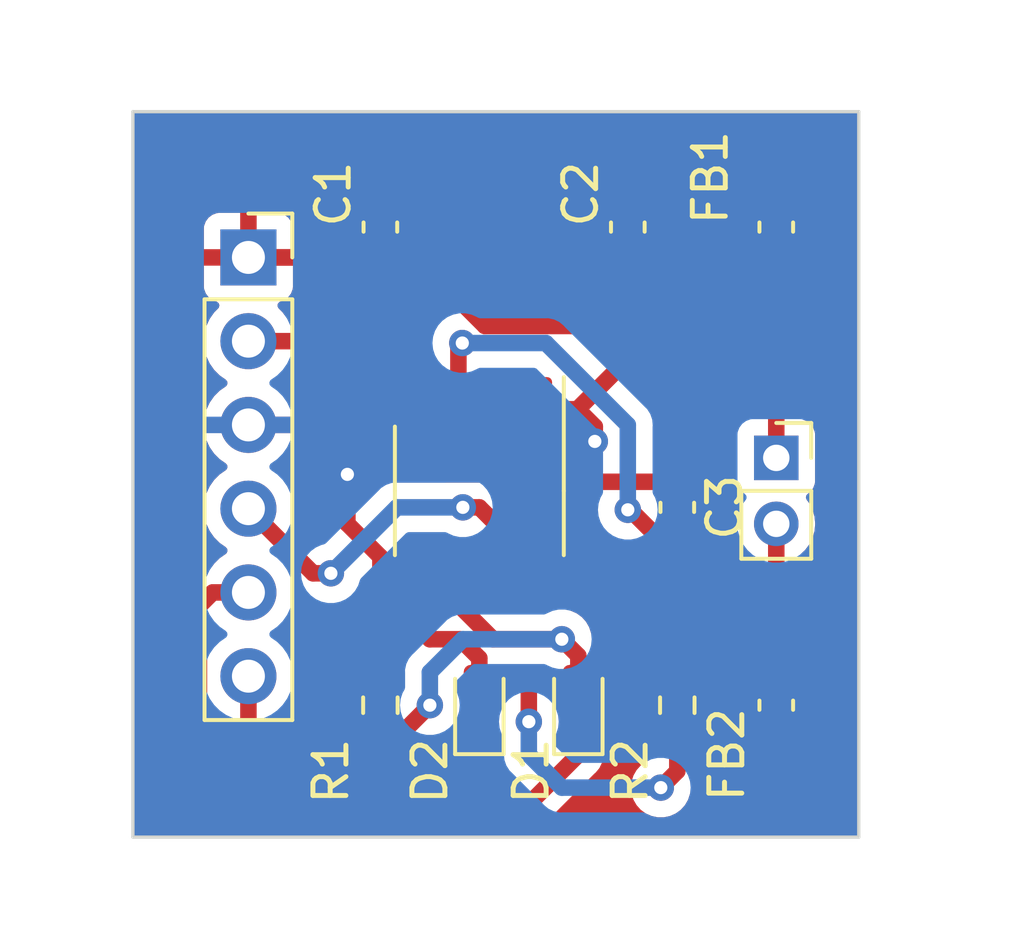
<source format=kicad_pcb>
(kicad_pcb (version 20221018) (generator pcbnew)
  (layers (0 "F.Cu" signal) (31 "B.Cu" signal) (34 "B.Paste" user) (35 "F.Paste" user) (36 "B.SilkS" user "B.Silkscreen") (37 "F.SilkS" user "F.Silkscreen") (38 "B.Mask" user) (39 "F.Mask" user) (44 "Edge.Cuts" user))
  (net 0 "")
  (net 1 "Net-(D1-A)")
  (net 2 "GND")
  (net 3 "Net-(D2-A)")
  (net 4 "Net-(U1-T-)")
  (net 5 "Net-(U1-T+)")
  (net 6 "+3.3V")
  (net 7 "Net-(J1-Pin_4)")
  (net 8 "+5V")
  (net 10 "Net-(D1-K)")
  (net 11 "Net-(D2-K)")
  (net 12 "Net-(J2-Pin_1)")
  (net 13 "Net-(J2-Pin_2)")
  (footprint "Resistor_SMD:R_0603_1608Metric" (layer "F.Cu") (at 127 118 90)
    (fp_text reference "R2" (at -2 -1.43 90) (layer "F.SilkS"))
    (fp_text value "10k")
    (fp_line (start -0.237258 -0.5225) (end 0.237258 -0.5225) (stroke (width 0.12)) (layer "F.SilkS"))
    (fp_line (start -0.237258 0.5225) (end 0.237258 0.5225) (stroke (width 0.12)) (layer "F.SilkS"))
    (pad "1" smd roundrect (at -0.825 0 90) (size 0.8 0.95) (layers "F.Cu" "F.Paste" "F.Mask") (net 3 "Net-(D2-A)"))
    (pad "2" smd roundrect (at 0.825 0 90) (size 0.8 0.95) (layers "F.Cu" "F.Paste" "F.Mask") (net 2 "GND"))
  )
  (footprint "Capacitor_SMD:C_0603_1608Metric" (layer "F.Cu") (at 118 103.5 90)
    (fp_text reference "C1" (at 1 -1.43 90) (layer "F.SilkS"))
    (fp_text value "10uF")
    (fp_line (start -0.14058 -0.51) (end 0.14058 -0.51) (stroke (width 0.12)) (layer "F.SilkS"))
    (fp_line (start -0.14058 0.51) (end 0.14058 0.51) (stroke (width 0.12)) (layer "F.SilkS"))
    (pad "1" smd roundrect (at -0.775 0 90) (size 0.9 0.95) (layers "F.Cu" "F.Paste" "F.Mask") (net 6 "+3.3V"))
    (pad "2" smd roundrect (at 0.775 0 90) (size 0.9 0.95) (layers "F.Cu" "F.Paste" "F.Mask") (net 2 "GND"))
  )
  (footprint "Diode_SMD:D_0603_1608Metric" (layer "F.Cu") (at 124 118 90)
    (fp_text reference "D1" (at -2 -1.43 90) (layer "F.SilkS"))
    (fp_text value "1N4148")
    (fp_line (start -1.485 -0.735) (end -1.485 0.735) (stroke (width 0.12)) (layer "F.SilkS"))
    (fp_line (start -1.485 0.735) (end 0.8 0.735) (stroke (width 0.12)) (layer "F.SilkS"))
    (fp_line (start 0.8 -0.735) (end -1.485 -0.735) (stroke (width 0.12)) (layer "F.SilkS"))
    (pad "1" smd roundrect (at -0.7875 0 90) (size 0.875 0.95) (layers "F.Cu" "F.Paste" "F.Mask") (net 10 "Net-(D1-K)"))
    (pad "2" smd roundrect (at 0.7875 0 90) (size 0.875 0.95) (layers "F.Cu" "F.Paste" "F.Mask") (net 1 "Net-(D1-A)"))
  )
  (footprint "Capacitor_SMD:C_0603_1608Metric" (layer "F.Cu") (at 127 112 -90)
    (fp_text reference "C3" (at 0 -1.43 90) (layer "F.SilkS"))
    (fp_text value "0.01uF")
    (fp_line (start -0.14058 -0.51) (end 0.14058 -0.51) (stroke (width 0.12)) (layer "F.SilkS"))
    (fp_line (start -0.14058 0.51) (end 0.14058 0.51) (stroke (width 0.12)) (layer "F.SilkS"))
    (pad "1" smd roundrect (at -0.775 0 270) (size 0.9 0.95) (layers "F.Cu" "F.Paste" "F.Mask") (net 4 "Net-(U1-T-)"))
    (pad "2" smd roundrect (at 0.775 0 270) (size 0.9 0.95) (layers "F.Cu" "F.Paste" "F.Mask") (net 5 "Net-(U1-T+)"))
  )
  (footprint "Resistor_SMD:R_0603_1608Metric" (layer "F.Cu") (at 118 118 90)
    (fp_text reference "R1" (at -2 -1.5 90) (layer "F.SilkS"))
    (fp_text value "10k")
    (fp_line (start -0.237258 -0.5225) (end 0.237258 -0.5225) (stroke (width 0.12)) (layer "F.SilkS"))
    (fp_line (start -0.237258 0.5225) (end 0.237258 0.5225) (stroke (width 0.12)) (layer "F.SilkS"))
    (pad "1" smd roundrect (at -0.825 0 90) (size 0.8 0.95) (layers "F.Cu" "F.Paste" "F.Mask") (net 1 "Net-(D1-A)"))
    (pad "2" smd roundrect (at 0.825 0 90) (size 0.8 0.95) (layers "F.Cu" "F.Paste" "F.Mask") (net 2 "GND"))
  )
  (footprint "Connector_PinSocket_2.54mm:PinSocket_1x06_P2.54mm_Vertical" (layer "F.Cu") (at 114 104.42)
    (fp_text reference "J1" hide)
    (fp_text value "Conn_01x06_Socket")
    (fp_line (start -1.33 1.27) (end -1.33 14.03) (stroke (width 0.12)) (layer "F.SilkS"))
    (fp_line (start -1.33 1.27) (end 1.33 1.27) (stroke (width 0.12)) (layer "F.SilkS"))
    (fp_line (start -1.33 14.03) (end 1.33 14.03) (stroke (width 0.12)) (layer "F.SilkS"))
    (fp_line (start 0 -1.33) (end 1.33 -1.33) (stroke (width 0.12)) (layer "F.SilkS"))
    (fp_line (start 1.33 -1.33) (end 1.33 0) (stroke (width 0.12)) (layer "F.SilkS"))
    (fp_line (start 1.33 1.27) (end 1.33 14.03) (stroke (width 0.12)) (layer "F.SilkS"))
    (pad "1" thru_hole rect (at 0 0) (size 1.7 1.7) (drill 1) (layers "*.Cu" "*.Mask") (net 8 "+5V"))
    (pad "2" thru_hole oval (at 0 2.54) (size 1.7 1.7) (drill 1) (layers "*.Cu" "*.Mask") (net 6 "+3.3V"))
    (pad "3" thru_hole oval (at 0 5.08) (size 1.7 1.7) (drill 1) (layers "*.Cu" "*.Mask") (net 2 "GND"))
    (pad "4" thru_hole oval (at 0 7.62) (size 1.7 1.7) (drill 1) (layers "*.Cu" "*.Mask") (net 7 "Net-(J1-Pin_4)"))
    (pad "5" thru_hole oval (at 0 10.16) (size 1.7 1.7) (drill 1) (layers "*.Cu" "*.Mask") (net 10 "Net-(D1-K)"))
    (pad "6" thru_hole oval (at 0 12.7) (size 1.7 1.7) (drill 1) (layers "*.Cu" "*.Mask") (net 11 "Net-(D2-K)"))
  )
  (footprint "Diode_SMD:D_0603_1608Metric" (layer "F.Cu") (at 121 118 90)
    (fp_text reference "D2" (at -2 -1.5 90) (layer "F.SilkS"))
    (fp_text value "1N4148")
    (fp_line (start -1.485 -0.735) (end -1.485 0.735) (stroke (width 0.12)) (layer "F.SilkS"))
    (fp_line (start -1.485 0.735) (end 0.8 0.735) (stroke (width 0.12)) (layer "F.SilkS"))
    (fp_line (start 0.8 -0.735) (end -1.485 -0.735) (stroke (width 0.12)) (layer "F.SilkS"))
    (pad "1" smd roundrect (at -0.7875 0 90) (size 0.875 0.95) (layers "F.Cu" "F.Paste" "F.Mask") (net 11 "Net-(D2-K)"))
    (pad "2" smd roundrect (at 0.7875 0 90) (size 0.875 0.95) (layers "F.Cu" "F.Paste" "F.Mask") (net 3 "Net-(D2-A)"))
  )
  (footprint "Capacitor_SMD:C_0603_1608Metric" (layer "F.Cu") (at 130 103.5 -90)
    (fp_text reference "FB1" (at -1.5 2 90) (layer "F.SilkS"))
    (fp_text value "FerriteBead_Small")
    (fp_line (start -0.14058 -0.51) (end 0.14058 -0.51) (stroke (width 0.12)) (layer "F.SilkS"))
    (fp_line (start -0.14058 0.51) (end 0.14058 0.51) (stroke (width 0.12)) (layer "F.SilkS"))
    (pad "1" smd roundrect (at -0.775 0 270) (size 0.9 0.95) (layers "F.Cu" "F.Paste" "F.Mask") (net 4 "Net-(U1-T-)"))
    (pad "2" smd roundrect (at 0.775 0 270) (size 0.9 0.95) (layers "F.Cu" "F.Paste" "F.Mask") (net 12 "Net-(J2-Pin_1)"))
  )
  (footprint "Connector_PinSocket_2.00mm:PinSocket_1x02_P2.00mm_Vertical" (layer "F.Cu") (at 130 110.5)
    (fp_text reference "J2" hide)
    (fp_text value "Conn_01x02_Socket")
    (fp_line (start -1.06 1) (end -1.06 3.06) (stroke (width 0.12)) (layer "F.SilkS"))
    (fp_line (start -1.06 1) (end 1.06 1) (stroke (width 0.12)) (layer "F.SilkS"))
    (fp_line (start -1.06 3.06) (end 1.06 3.06) (stroke (width 0.12)) (layer "F.SilkS"))
    (fp_line (start 0 -1.06) (end 1.06 -1.06) (stroke (width 0.12)) (layer "F.SilkS"))
    (fp_line (start 1.06 -1.06) (end 1.06 0) (stroke (width 0.12)) (layer "F.SilkS"))
    (fp_line (start 1.06 1) (end 1.06 3.06) (stroke (width 0.12)) (layer "F.SilkS"))
    (pad "1" thru_hole rect (at 0 0) (size 1.35 1.35) (drill 0.8) (layers "*.Cu" "*.Mask") (net 12 "Net-(J2-Pin_1)"))
    (pad "2" thru_hole oval (at 0 2) (size 1.35 1.35) (drill 0.8) (layers "*.Cu" "*.Mask") (net 13 "Net-(J2-Pin_2)"))
  )
  (footprint "LP298XS:LP298XS" (layer "F.Cu") (at 121.5 109.5 180)
    (fp_text reference "U2" hide)
    (fp_text value "~")
    (pad "1" smd rect (at -1.27 5.207 180) (size 1.1 0.6) (layers "F.Cu" "F.Paste" "F.Mask") (net 8 "+5V"))
    (pad "2" smd rect (at -1.27 6.1722 180) (size 1.1 0.6) (layers "F.Cu" "F.Paste" "F.Mask") (net 2 "GND"))
    (pad "3" smd rect (at -1.27 7.112 180) (size 1.1 0.6) (layers "F.Cu" "B.Adhes" "F.Paste" "F.Mask") (net 8 "+5V"))
    (pad "4" smd rect (at 1.3208 7.112 180) (size 1.1 0.6) (layers "F.Cu" "F.Paste" "F.Mask"))
    (pad "5" smd rect (at 1.3208 5.207 180) (size 1.1 0.6) (layers "F.Cu" "F.Paste" "F.Mask") (net 6 "+3.3V"))
  )
  (footprint "Package_SO:SOIC-8_3.9x4.9mm_P1.27mm" (layer "F.Cu") (at 121 111.5 -90)
    (fp_text reference "U1" hide)
    (fp_text value "~" hide)
    (fp_line (start 0 -2.56) (end -3.45 -2.56) (stroke (width 0.12)) (layer "F.SilkS"))
    (fp_line (start 0 -2.56) (end 1.95 -2.56) (stroke (width 0.12)) (layer "F.SilkS"))
    (fp_line (start 0 2.56) (end -1.95 2.56) (stroke (width 0.12)) (layer "F.SilkS"))
    (fp_line (start 0 2.56) (end 1.95 2.56) (stroke (width 0.12)) (layer "F.SilkS"))
    (pad "1" smd roundrect (at -2.475 -1.905 270) (size 1.95 0.6) (layers "F.Cu" "F.Paste" "F.Mask") (net 2 "GND"))
    (pad "2" smd roundrect (at -2.475 -0.635 270) (size 1.95 0.6) (layers "F.Cu" "F.Paste" "F.Mask") (net 4 "Net-(U1-T-)"))
    (pad "3" smd roundrect (at -2.475 0.635 270) (size 1.95 0.6) (layers "F.Cu" "F.Paste" "F.Mask") (net 5 "Net-(U1-T+)"))
    (pad "4" smd roundrect (at -2.475 1.905 270) (size 1.95 0.6) (layers "F.Cu" "F.Paste" "F.Mask") (net 6 "+3.3V"))
    (pad "5" smd roundrect (at 2.475 1.905 270) (size 1.95 0.6) (layers "F.Cu" "F.Paste" "F.Mask") (net 3 "Net-(D2-A)"))
    (pad "6" smd roundrect (at 2.475 0.635 270) (size 1.95 0.6) (layers "F.Cu" "F.Paste" "F.Mask") (net 1 "Net-(D1-A)"))
    (pad "7" smd roundrect (at 2.475 -0.635 270) (size 1.95 0.6) (layers "F.Cu" "F.Paste" "F.Mask") (net 7 "Net-(J1-Pin_4)"))
    (pad "8" smd roundrect (at 2.475 -1.905 270) (size 1.95 0.6) (layers "F.Cu" "F.Paste" "F.Mask"))
  )
  (footprint "Capacitor_SMD:C_0603_1608Metric" (layer "F.Cu") (at 125.5 103.5 90)
    (fp_text reference "C2" (at 1 -1.43 90) (layer "F.SilkS"))
    (fp_text value "10uF")
    (fp_line (start -0.14058 -0.51) (end 0.14058 -0.51) (stroke (width 0.12)) (layer "F.SilkS"))
    (fp_line (start -0.14058 0.51) (end 0.14058 0.51) (stroke (width 0.12)) (layer "F.SilkS"))
    (pad "1" smd roundrect (at -0.775 0 90) (size 0.9 0.95) (layers "F.Cu" "F.Paste" "F.Mask") (net 6 "+3.3V"))
    (pad "2" smd roundrect (at 0.775 0 90) (size 0.9 0.95) (layers "F.Cu" "F.Paste" "F.Mask") (net 2 "GND"))
  )
  (footprint "Capacitor_SMD:C_0603_1608Metric" (layer "F.Cu") (at 130 118 90)
    (fp_text reference "FB2" (at -1.5 -1.5 90) (layer "F.SilkS"))
    (fp_text value "FerriteBead_Small")
    (fp_line (start -0.14058 -0.51) (end 0.14058 -0.51) (stroke (width 0.12)) (layer "F.SilkS"))
    (fp_line (start -0.14058 0.51) (end 0.14058 0.51) (stroke (width 0.12)) (layer "F.SilkS"))
    (pad "1" smd roundrect (at -0.775 0 90) (size 0.9 0.95) (layers "F.Cu" "F.Paste" "F.Mask") (net 5 "Net-(U1-T+)"))
    (pad "2" smd roundrect (at 0.775 0 90) (size 0.9 0.95) (layers "F.Cu" "F.Paste" "F.Mask") (net 13 "Net-(J2-Pin_2)"))
  )
  (gr_line (start 110.5 100) (end 110.5 122) (stroke (width 0.1)) (layer "Edge.Cuts"))
  (gr_line (start 132.5 100) (end 110.5 100) (stroke (width 0.1)) (layer "Edge.Cuts"))
  (gr_line (start 132.5 122) (end 132.5 100) (stroke (width 0.1)) (layer "Edge.Cuts"))
  (gr_line (start 110.5 122) (end 132.5 122) (stroke (width 0.1)) (layer "Edge.Cuts"))
  (segment (start 118.675 118.825) (end 119.5 118) (width 0.5) (layer "F.Cu") (net 1))
  (segment (start 120.365 113.975) (end 120.365 114.949999) (width 0.5) (layer "F.Cu") (net 1))
  (segment (start 118 118.825) (end 118.675 118.825) (width 0.5) (layer "F.Cu") (net 1))
  (segment (start 120.365 114.949999) (end 121.415001 116) (width 0.5) (layer "F.Cu") (net 1))
  (segment (start 124 116.5) (end 124 117.2125) (width 0.5) (layer "F.Cu") (net 1))
  (segment (start 123.5 116) (end 124 116.5) (width 0.5) (layer "F.Cu") (net 1))
  (segment (start 121.415001 116) (end 123.5 116) (width 0.5) (layer "F.Cu") (net 1))
  (via (at 119.5 118) (size 0.8) (drill 0.4) (layers "F.Cu" "B.Cu") (net 1))
  (via (at 123.5 116) (size 0.8) (drill 0.4) (layers "F.Cu" "B.Cu") (net 1))
  (segment (start 120.5 116) (end 119.5 117) (width 0.5) (layer "B.Cu") (net 1))
  (segment (start 119.5 117) (end 119.5 118) (width 0.5) (layer "B.Cu") (net 1))
  (segment (start 123.5 116) (end 120.5 116) (width 0.5) (layer "B.Cu") (net 1))
  (segment (start 118 117.175) (end 118 113.5) (width 0.5) (layer "F.Cu") (net 2))
  (segment (start 121.5 105) (end 122 105.5) (width 0.5) (layer "F.Cu") (net 2))
  (segment (start 118.6028 103.3278) (end 120.5 103.3278) (width 0.5) (layer "F.Cu") (net 2))
  (segment (start 121.5 111) (end 117 111) (width 0.5) (layer "F.Cu") (net 2))
  (segment (start 124.47 104.84) (end 124.47 103.755) (width 0.5) (layer "F.Cu") (net 2))
  (segment (start 120.5 103.3278) (end 122.77 103.3278) (width 0.5) (layer "F.Cu") (net 2))
  (segment (start 121.5 103.8638) (end 121.5 105) (width 0.5) (layer "F.Cu") (net 2))
  (segment (start 118 113.5) (end 117 112.5) (width 0.5) (layer "F.Cu") (net 2))
  (segment (start 122.425 111.925) (end 121.5 111) (width 0.5) (layer "F.Cu") (net 2))
  (segment (start 120.5 103.3278) (end 120.964 103.3278) (width 0.5) (layer "F.Cu") (net 2))
  (segment (start 117 112.5) (end 117 111) (width 0.5) (layer "F.Cu") (net 2))
  (segment (start 115.5 109.5) (end 114 109.5) (width 0.5) (layer "F.Cu") (net 2))
  (segment (start 127 106) (end 123.975 109.025) (width 0.5) (layer "F.Cu") (net 2))
  (segment (start 123.81 105.5) (end 124.47 104.84) (width 0.5) (layer "F.Cu") (net 2))
  (segment (start 126.725 102.725) (end 127 103) (width 0.5) (layer "F.Cu") (net 2))
  (segment (start 127 103) (end 127 106) (width 0.5) (layer "F.Cu") (net 2))
  (segment (start 123.975 109.025) (end 122.905 109.025) (width 0.5) (layer "F.Cu") (net 2))
  (segment (start 127 116) (end 122.925 111.925) (width 0.5) (layer "F.Cu") (net 2))
  (segment (start 117 111) (end 115.5 109.5) (width 0.5) (layer "F.Cu") (net 2))
  (segment (start 120.964 103.3278) (end 121.5 103.8638) (width 0.5) (layer "F.Cu") (net 2))
  (segment (start 122.925 111.925) (end 122.425 111.925) (width 0.5) (layer "F.Cu") (net 2))
  (segment (start 118 102.725) (end 118.6028 103.3278) (width 0.5) (layer "F.Cu") (net 2))
  (segment (start 125.5 102.725) (end 126.725 102.725) (width 0.5) (layer "F.Cu") (net 2))
  (segment (start 122 105.5) (end 123.81 105.5) (width 0.5) (layer "F.Cu") (net 2))
  (segment (start 124.5 110) (end 124.5 109.55) (width 0.5) (layer "F.Cu") (net 2))
  (segment (start 123.975 109.025) (end 125 108) (width 0.5) (layer "F.Cu") (net 2))
  (segment (start 124.47 103.755) (end 125.5 102.725) (width 0.5) (layer "F.Cu") (net 2))
  (segment (start 127 117.175) (end 127 116) (width 0.5) (layer "F.Cu") (net 2))
  (segment (start 124.5 109.55) (end 123.975 109.025) (width 0.5) (layer "F.Cu") (net 2))
  (via (at 117 111) (size 0.8) (drill 0.4) (layers "F.Cu" "B.Cu") (net 2))
  (via (at 124.5 110) (size 0.8) (drill 0.4) (layers "F.Cu" "B.Cu") (net 2))
  (segment (start 124.5 110) (end 123.5 111) (width 0.5) (layer "B.Cu") (net 2))
  (segment (start 123.5 111) (end 117 111) (width 0.5) (layer "B.Cu") (net 2))
  (segment (start 121 116.574949) (end 121 117.2125) (width 0.5) (layer "F.Cu") (net 3))
  (segment (start 127 120) (end 126.5 120.5) (width 0.5) (layer "F.Cu") (net 3))
  (segment (start 120.425051 116) (end 121 116.574949) (width 0.5) (layer "F.Cu") (net 3))
  (segment (start 119.5 116) (end 120.425051 116) (width 0.5) (layer "F.Cu") (net 3))
  (segment (start 122.5 118.5) (end 122.5 117.5) (width 0.5) (layer "F.Cu") (net 3))
  (segment (start 122.5 117.5) (end 122.2125 117.2125) (width 0.5) (layer "F.Cu") (net 3))
  (segment (start 127 118.825) (end 127 120) (width 0.5) (layer "F.Cu") (net 3))
  (segment (start 119.095 113.975) (end 119.095 115.595) (width 0.5) (layer "F.Cu") (net 3))
  (segment (start 119.095 115.595) (end 119.5 116) (width 0.5) (layer "F.Cu") (net 3))
  (segment (start 122.2125 117.2125) (end 121 117.2125) (width 0.5) (layer "F.Cu") (net 3))
  (via (at 122.5 118.5) (size 0.8) (drill 0.4) (layers "F.Cu" "B.Cu") (net 3))
  (via (at 126.5 120.5) (size 0.8) (drill 0.4) (layers "F.Cu" "B.Cu") (net 3))
  (segment (start 123.5 120.5) (end 122.5 119.5) (width 0.5) (layer "B.Cu") (net 3))
  (segment (start 122.5 119.5) (end 122.5 118.5) (width 0.5) (layer "B.Cu") (net 3))
  (segment (start 126.5 120.5) (end 123.5 120.5) (width 0.5) (layer "B.Cu") (net 3))
  (segment (start 121.635 109.025) (end 121.635 109.999999) (width 0.5) (layer "F.Cu") (net 4))
  (segment (start 128.5 108) (end 128.5 103.5) (width 0.5) (layer "F.Cu") (net 4))
  (segment (start 127 111.225) (end 127 109.5) (width 0.5) (layer "F.Cu") (net 4))
  (segment (start 121.635 109.999999) (end 122.860001 111.225) (width 0.5) (layer "F.Cu") (net 4))
  (segment (start 128.5 103.5) (end 129.275 102.725) (width 0.5) (layer "F.Cu") (net 4))
  (segment (start 127 109.5) (end 128.5 108) (width 0.5) (layer "F.Cu") (net 4))
  (segment (start 129.275 102.725) (end 130 102.725) (width 0.5) (layer "F.Cu") (net 4))
  (segment (start 122.860001 111.225) (end 127 111.225) (width 0.5) (layer "F.Cu") (net 4))
  (segment (start 120.365 109.025) (end 120.365 107.135) (width 0.5) (layer "F.Cu") (net 5))
  (segment (start 125.5745 112.0745) (end 126.275 112.775) (width 0.5) (layer "F.Cu") (net 5))
  (segment (start 127 114) (end 127 112.775) (width 0.5) (layer "F.Cu") (net 5))
  (segment (start 128.5 118) (end 128.5 115.5) (width 0.5) (layer "F.Cu") (net 5))
  (segment (start 129.275 118.775) (end 128.5 118) (width 0.5) (layer "F.Cu") (net 5))
  (segment (start 126.275 112.775) (end 127 112.775) (width 0.5) (layer "F.Cu") (net 5))
  (segment (start 130 118.775) (end 129.275 118.775) (width 0.5) (layer "F.Cu") (net 5))
  (segment (start 125.5 112.0745) (end 125.5745 112.0745) (width 0.5) (layer "F.Cu") (net 5))
  (segment (start 120.483512 107.016488) (end 120.365 107.135) (width 0.5) (layer "F.Cu") (net 5))
  (segment (start 128.5 115.5) (end 127 114) (width 0.5) (layer "F.Cu") (net 5))
  (via (at 125.5 112.0745) (size 0.8) (drill 0.4) (layers "F.Cu" "B.Cu") (net 5))
  (via (at 120.483512 107.016488) (size 0.8) (drill 0.4) (layers "F.Cu" "B.Cu") (net 5))
  (segment (start 123.016488 107.016488) (end 125.5 109.5) (width 0.5) (layer "B.Cu") (net 5))
  (segment (start 120.483512 107.016488) (end 123.016488 107.016488) (width 0.5) (layer "B.Cu") (net 5))
  (segment (start 125.5 109.5) (end 125.5 112.0745) (width 0.5) (layer "B.Cu") (net 5))
  (segment (start 118 105) (end 118 104.275) (width 0.5) (layer "F.Cu") (net 6))
  (segment (start 120.1792 104.293) (end 120.1792 105.5108) (width 0.5) (layer "F.Cu") (net 6))
  (segment (start 125.5 104.799949) (end 123.799949 106.5) (width 0.5) (layer "F.Cu") (net 6))
  (segment (start 119.095 106.595) (end 119.095 109.025) (width 0.5) (layer "F.Cu") (net 6))
  (segment (start 118 105) (end 118 105.5) (width 0.5) (layer "F.Cu") (net 6))
  (segment (start 118 105.5) (end 119.095 106.595) (width 0.5) (layer "F.Cu") (net 6))
  (segment (start 114 106.96) (end 116.04 106.96) (width 0.5) (layer "F.Cu") (net 6))
  (segment (start 120.1792 105.5108) (end 119.095 106.595) (width 0.5) (layer "F.Cu") (net 6))
  (segment (start 121.1684 106.5) (end 120.1792 105.5108) (width 0.5) (layer "F.Cu") (net 6))
  (segment (start 116.04 106.96) (end 118 105) (width 0.5) (layer "F.Cu") (net 6))
  (segment (start 125.5 104.275) (end 125.5 104.799949) (width 0.5) (layer "F.Cu") (net 6))
  (segment (start 123.799949 106.5) (end 121.1684 106.5) (width 0.5) (layer "F.Cu") (net 6))
  (segment (start 114 112.04) (end 115.96 114) (width 0.5) (layer "F.Cu") (net 7))
  (segment (start 115.96 114) (end 116.5 114) (width 0.5) (layer "F.Cu") (net 7))
  (segment (start 121.635 112.635) (end 121.635 113.975) (width 0.5) (layer "F.Cu") (net 7))
  (segment (start 121 112) (end 121.635 112.635) (width 0.5) (layer "F.Cu") (net 7))
  (segment (start 120.5 112) (end 121 112) (width 0.5) (layer "F.Cu") (net 7))
  (via (at 116.5 114) (size 0.8) (drill 0.4) (layers "F.Cu" "B.Cu") (net 7))
  (via (at 120.5 112) (size 0.8) (drill 0.4) (layers "F.Cu" "B.Cu") (net 7))
  (segment (start 118.5 112) (end 120.5 112) (width 0.5) (layer "B.Cu") (net 7))
  (segment (start 116.5 114) (end 118.5 112) (width 0.5) (layer "B.Cu") (net 7))
  (segment (start 116.5 102) (end 117.5 101) (width 0.5) (layer "F.Cu") (net 8))
  (segment (start 122 101) (end 122.77 101.77) (width 0.5) (layer "F.Cu") (net 8))
  (segment (start 114 104.42) (end 115.58 104.42) (width 0.5) (layer "F.Cu") (net 8))
  (segment (start 123.5802 102.388) (end 122.77 102.388) (width 0.5) (layer "F.Cu") (net 8))
  (segment (start 122.77 104.293) (end 123.5548 104.293) (width 0.5) (layer "F.Cu") (net 8))
  (segment (start 117.5 101) (end 122 101) (width 0.5) (layer "F.Cu") (net 8))
  (segment (start 123.5548 104.293) (end 123.77 104.0778) (width 0.5) (layer "F.Cu") (net 8))
  (segment (start 123.77 102.5778) (end 123.5802 102.388) (width 0.5) (layer "F.Cu") (net 8))
  (segment (start 115.58 104.42) (end 116.5 103.5) (width 0.5) (layer "F.Cu") (net 8))
  (segment (start 122.77 101.77) (end 122.77 102.388) (width 0.5) (layer "F.Cu") (net 8))
  (segment (start 123.77 104.0778) (end 123.77 102.5778) (width 0.5) (layer "F.Cu") (net 8))
  (segment (start 116.5 103.5) (end 116.5 102) (width 0.5) (layer "F.Cu") (net 8))
  (segment (start 124 118.7875) (end 124 119.5) (width 0.5) (layer "F.Cu") (net 10))
  (segment (start 112.5 119) (end 112.5 115) (width 0.5) (layer "F.Cu") (net 10))
  (segment (start 122.5 121) (end 114.5 121) (width 0.5) (layer "F.Cu") (net 10))
  (segment (start 124 119.5) (end 122.5 121) (width 0.5) (layer "F.Cu") (net 10))
  (segment (start 112.92 114.58) (end 114 114.58) (width 0.5) (layer "F.Cu") (net 10))
  (segment (start 112.5 115) (end 112.92 114.58) (width 0.5) (layer "F.Cu") (net 10))
  (segment (start 114.5 121) (end 112.5 119) (width 0.5) (layer "F.Cu") (net 10))
  (segment (start 120.5 120) (end 115.5 120) (width 0.5) (layer "F.Cu") (net 11))
  (segment (start 114 118.5) (end 114 117.12) (width 0.5) (layer "F.Cu") (net 11))
  (segment (start 115.5 120) (end 114 118.5) (width 0.5) (layer "F.Cu") (net 11))
  (segment (start 121 118.7875) (end 121 119.5) (width 0.5) (layer "F.Cu") (net 11))
  (segment (start 121 119.5) (end 120.5 120) (width 0.5) (layer "F.Cu") (net 11))
  (segment (start 130 104.275) (end 130 110.5) (width 0.5) (layer "F.Cu") (net 12))
  (segment (start 130 112.5) (end 130 117.225) (width 0.5) (layer "F.Cu") (net 13))
  (zone (net 8) (net_name "+5V") (layer "F.Cu") (connect_pads (clearance 0.5)) (min_thickness 0.25) (fill yes (thermal_gap 0.5) (thermal_bridge_width 0.5))
    (polygon (pts (xy 110.5 100) (xy 132.5 100) (xy 132.5 122) (xy 110.5 122)))
  )
  (zone (net 2) (net_name "GND") (layer "B.Cu") (priority 1) (connect_pads (clearance 0.5)) (min_thickness 0.25) (fill yes (thermal_gap 0.5) (thermal_bridge_width 0.5))
    (polygon (pts (xy 110.5 100) (xy 132.5 100) (xy 132.5 122) (xy 110.5 122)))
  )
)
</source>
